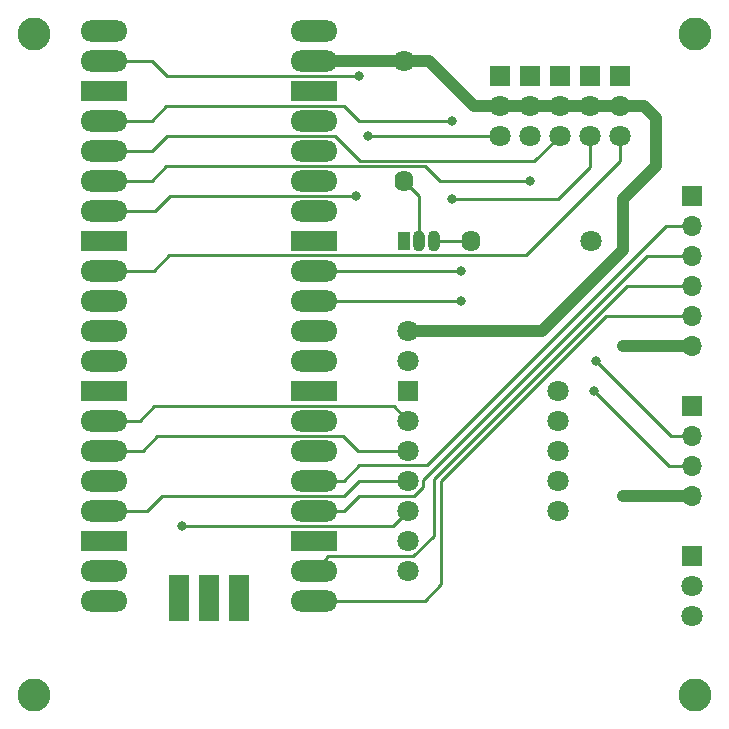
<source format=gtl>
%TF.GenerationSoftware,KiCad,Pcbnew,(6.0.0-0)*%
%TF.CreationDate,2022-07-23T10:22:29+09:00*%
%TF.ProjectId,drone_board,64726f6e-655f-4626-9f61-72642e6b6963,rev?*%
%TF.SameCoordinates,Original*%
%TF.FileFunction,Copper,L1,Top*%
%TF.FilePolarity,Positive*%
%FSLAX46Y46*%
G04 Gerber Fmt 4.6, Leading zero omitted, Abs format (unit mm)*
G04 Created by KiCad (PCBNEW (6.0.0-0)) date 2022-07-23 10:22:29*
%MOMM*%
%LPD*%
G01*
G04 APERTURE LIST*
%TA.AperFunction,ComponentPad*%
%ADD10C,1.800000*%
%TD*%
%TA.AperFunction,ComponentPad*%
%ADD11O,1.800000X1.700000*%
%TD*%
%TA.AperFunction,ComponentPad*%
%ADD12R,1.800000X1.700000*%
%TD*%
%TA.AperFunction,ComponentPad*%
%ADD13R,1.050000X1.500000*%
%TD*%
%TA.AperFunction,ComponentPad*%
%ADD14O,1.050000X1.800000*%
%TD*%
%TA.AperFunction,ComponentPad*%
%ADD15R,1.800000X1.800000*%
%TD*%
%TA.AperFunction,ComponentPad*%
%ADD16O,4.000000X1.800000*%
%TD*%
%TA.AperFunction,ComponentPad*%
%ADD17R,4.000000X1.800000*%
%TD*%
%TA.AperFunction,ComponentPad*%
%ADD18R,1.800000X4.000000*%
%TD*%
%TA.AperFunction,ComponentPad*%
%ADD19O,1.600000X1.800000*%
%TD*%
%TA.AperFunction,ComponentPad*%
%ADD20R,1.700000X1.700000*%
%TD*%
%TA.AperFunction,ComponentPad*%
%ADD21O,1.700000X1.700000*%
%TD*%
%TA.AperFunction,ViaPad*%
%ADD22C,2.800000*%
%TD*%
%TA.AperFunction,ViaPad*%
%ADD23C,0.800000*%
%TD*%
%TA.AperFunction,Conductor*%
%ADD24C,1.000000*%
%TD*%
%TA.AperFunction,Conductor*%
%ADD25C,0.250000*%
%TD*%
G04 APERTURE END LIST*
D10*
%TO.P,GP6,1,Pin_1*%
%TO.N,Net-(GP6-Pad1)*%
X101600000Y-40640000D03*
D11*
%TO.P,GP6,2,Pin_2*%
%TO.N,+6V*%
X101600000Y-38100000D03*
D12*
%TO.P,GP6,3,Pin_3*%
%TO.N,GND*%
X101600000Y-35560000D03*
%TD*%
D13*
%TO.P,Q1,1,E*%
%TO.N,GND*%
X83312000Y-49530000D03*
D14*
%TO.P,Q1,2,C*%
%TO.N,Net-(Q1-Pad2)*%
X84582000Y-49530000D03*
%TO.P,Q1,3,B*%
%TO.N,Net-(Q1-Pad3)*%
X85852000Y-49530000D03*
%TD*%
D10*
%TO.P,U3,1,S.BUS*%
%TO.N,Net-(R2-Pad1)*%
X107696000Y-81280000D03*
%TO.P,U3,2,VCC*%
%TO.N,+6V*%
X107696000Y-78740000D03*
D15*
%TO.P,U3,3,GND*%
%TO.N,GND*%
X107696000Y-76200000D03*
%TD*%
D16*
%TO.P,U1,1,1*%
%TO.N,unconnected-(U1-Pad1)*%
X57912000Y-31750000D03*
%TO.P,U1,2,GPIO1*%
%TO.N,Net-(Q1-Pad2)*%
X57912000Y-34290000D03*
D17*
%TO.P,U1,3,GND*%
%TO.N,unconnected-(U1-Pad3)*%
X57912000Y-36830000D03*
D16*
%TO.P,U1,4,GPIO2/PWM1A*%
%TO.N,Net-(GP2-Pad1)*%
X57912000Y-39370000D03*
%TO.P,U1,5,GPIO3/PWM1B*%
%TO.N,Net-(GP3-Pad1)*%
X57912000Y-41910000D03*
%TO.P,U1,6,GPIO04/PWM2A*%
%TO.N,Net-(GP4-Pad1)*%
X57912000Y-44450000D03*
%TO.P,U1,7,GPIO5/PWM2B*%
%TO.N,Net-(GP5-Pad1)*%
X57912000Y-46990000D03*
D17*
%TO.P,U1,8,GND*%
%TO.N,unconnected-(U1-Pad8)*%
X57912000Y-49530000D03*
D16*
%TO.P,U1,9,GPIO6*%
%TO.N,Net-(GP6-Pad1)*%
X57912000Y-52070000D03*
%TO.P,U1,10,GPIO7*%
%TO.N,unconnected-(U1-Pad10)*%
X57912000Y-54610000D03*
%TO.P,U1,11,SPIRX/GPIO8*%
%TO.N,Net-(U2-Pad9)*%
X57912000Y-57150000D03*
%TO.P,U1,12,SPI1CSn/GPIO9*%
%TO.N,Net-(U1-Pad12)*%
X57912000Y-59690000D03*
D17*
%TO.P,U1,13,GND*%
%TO.N,unconnected-(U1-Pad13)*%
X57912000Y-62230000D03*
D16*
%TO.P,U1,14,SPI1TX/GPIO10*%
%TO.N,Net-(U1-Pad14)*%
X57912000Y-64770000D03*
%TO.P,U1,15,SPI1TX/GPIO11*%
%TO.N,Net-(U1-Pad15)*%
X57912000Y-67310000D03*
%TO.P,U1,16,16*%
%TO.N,unconnected-(U1-Pad16)*%
X57912000Y-69850000D03*
%TO.P,U1,17,SPI1CSn*%
%TO.N,Net-(U1-Pad17)*%
X57912000Y-72390000D03*
D17*
%TO.P,U1,18,GND*%
%TO.N,unconnected-(U1-Pad18)*%
X57912000Y-74930000D03*
D16*
%TO.P,U1,19,19*%
%TO.N,unconnected-(U1-Pad19)*%
X57912000Y-77470000D03*
%TO.P,U1,20,20*%
%TO.N,unconnected-(U1-Pad20)*%
X57912000Y-80010000D03*
%TO.P,U1,21,SPI0_RX*%
%TO.N,Net-(SPI1-Pad5)*%
X75692000Y-80010000D03*
%TO.P,U1,22,SPI0_CSn*%
%TO.N,Net-(SPI1-Pad4)*%
X75692000Y-77470000D03*
D17*
%TO.P,U1,23,GND*%
%TO.N,unconnected-(U1-Pad23)*%
X75692000Y-74930000D03*
D16*
%TO.P,U1,24,SPI0_SCK*%
%TO.N,Net-(SPI1-Pad3)*%
X75692000Y-72390000D03*
%TO.P,U1,25,SPI0_TX*%
%TO.N,Net-(SPI1-Pad2)*%
X75692000Y-69850000D03*
%TO.P,U1,26,26*%
%TO.N,unconnected-(U1-Pad26)*%
X75692000Y-67310000D03*
%TO.P,U1,27,27*%
%TO.N,unconnected-(U1-Pad27)*%
X75692000Y-64770000D03*
D17*
%TO.P,U1,28,GND*%
%TO.N,unconnected-(U1-Pad28)*%
X75692000Y-62230000D03*
D16*
%TO.P,U1,29,29*%
%TO.N,unconnected-(U1-Pad29)*%
X75692000Y-59690000D03*
%TO.P,U1,30,30*%
%TO.N,unconnected-(U1-Pad30)*%
X75692000Y-57150000D03*
%TO.P,U1,31,I2C1_SDA*%
%TO.N,Net-(I2C1-Pad3)*%
X75692000Y-54610000D03*
%TO.P,U1,32,I2C1_SCL*%
%TO.N,Net-(I2C1-Pad2)*%
X75692000Y-52070000D03*
D17*
%TO.P,U1,33,GND*%
%TO.N,GND*%
X75692000Y-49530000D03*
D16*
%TO.P,U1,34,34*%
%TO.N,unconnected-(U1-Pad34)*%
X75692000Y-46990000D03*
%TO.P,U1,35,35*%
%TO.N,unconnected-(U1-Pad35)*%
X75692000Y-44450000D03*
%TO.P,U1,36,3.3V*%
%TO.N,+3V3*%
X75692000Y-41910000D03*
%TO.P,U1,37,3.3EN*%
%TO.N,unconnected-(U1-Pad37)*%
X75692000Y-39370000D03*
D17*
%TO.P,U1,38,GND*%
%TO.N,unconnected-(U1-Pad38)*%
X75692000Y-36830000D03*
D16*
%TO.P,U1,39,VSYS*%
%TO.N,+6V*%
X75692000Y-34290000D03*
%TO.P,U1,40,VBUS*%
%TO.N,unconnected-(U1-Pad40)*%
X75692000Y-31750000D03*
D18*
%TO.P,U1,41*%
%TO.N,N/C*%
X66802000Y-79780000D03*
%TO.P,U1,42*%
X64262000Y-79780000D03*
%TO.P,U1,43*%
X69342000Y-79780000D03*
%TD*%
D10*
%TO.P,R1,1*%
%TO.N,+6V*%
X83312000Y-34290000D03*
D19*
%TO.P,R1,2*%
%TO.N,Net-(Q1-Pad2)*%
X83312000Y-44450000D03*
%TD*%
D10*
%TO.P,R2,1*%
%TO.N,Net-(R2-Pad1)*%
X99187000Y-49530000D03*
D19*
%TO.P,R2,2*%
%TO.N,Net-(Q1-Pad3)*%
X89027000Y-49530000D03*
%TD*%
D10*
%TO.P,U2,1,6v*%
%TO.N,+6V*%
X83712000Y-57150000D03*
%TO.P,U2,2,3v*%
%TO.N,unconnected-(U2-Pad2)*%
X83712000Y-59690000D03*
D15*
%TO.P,U2,3,GND*%
%TO.N,GND*%
X83712000Y-62230000D03*
D10*
%TO.P,U2,4,SCL*%
%TO.N,Net-(U1-Pad14)*%
X83712000Y-64770000D03*
%TO.P,U2,5,SDA*%
%TO.N,Net-(U1-Pad15)*%
X83712000Y-67310000D03*
%TO.P,U2,6,CSAG*%
%TO.N,Net-(U1-Pad17)*%
X83712000Y-69850000D03*
%TO.P,U2,7,CSM*%
%TO.N,Net-(U1-Pad12)*%
X83712000Y-72390000D03*
%TO.P,U2,8,SDO*%
%TO.N,Net-(U2-Pad9)*%
X83712000Y-74930000D03*
%TO.P,U2,9,DOM*%
X83712000Y-77470000D03*
%TO.P,U2,18*%
%TO.N,N/C*%
X96412000Y-62230000D03*
%TO.P,U2,19*%
X96412000Y-64770000D03*
%TO.P,U2,20*%
X96412000Y-67310000D03*
%TO.P,U2,21*%
X96412000Y-69850000D03*
%TO.P,U2,22*%
X96412000Y-72390000D03*
%TD*%
%TO.P,GP5,1,Pin_1*%
%TO.N,Net-(GP5-Pad1)*%
X91440000Y-40640000D03*
%TO.P,GP5,2,Pin_2*%
%TO.N,+6V*%
X91440000Y-38100000D03*
D15*
%TO.P,GP5,3,Pin_3*%
%TO.N,GND*%
X91440000Y-35560000D03*
%TD*%
D10*
%TO.P,GP4,1,Pin_1*%
%TO.N,Net-(GP4-Pad1)*%
X93980000Y-40640000D03*
%TO.P,GP4,2,Pin_2*%
%TO.N,+6V*%
X93980000Y-38100000D03*
D15*
%TO.P,GP4,3,Pin_3*%
%TO.N,GND*%
X93980000Y-35560000D03*
%TD*%
D20*
%TO.P,SPI1,1,Pin_1*%
%TO.N,GND*%
X107696000Y-45720000D03*
D21*
%TO.P,SPI1,2,Pin_2*%
%TO.N,Net-(SPI1-Pad2)*%
X107696000Y-48260000D03*
%TO.P,SPI1,3,Pin_3*%
%TO.N,Net-(SPI1-Pad3)*%
X107696000Y-50800000D03*
%TO.P,SPI1,4,Pin_4*%
%TO.N,Net-(SPI1-Pad4)*%
X107696000Y-53340000D03*
%TO.P,SPI1,5,Pin_5*%
%TO.N,Net-(SPI1-Pad5)*%
X107696000Y-55880000D03*
%TO.P,SPI1,6,Pin_6*%
%TO.N,+6V*%
X107696000Y-58420000D03*
%TD*%
D10*
%TO.P,GP3,1,Pin_1*%
%TO.N,Net-(GP3-Pad1)*%
X96520000Y-40625000D03*
%TO.P,GP3,2,Pin_2*%
%TO.N,+6V*%
X96520000Y-38085000D03*
D15*
%TO.P,GP3,3,Pin_3*%
%TO.N,GND*%
X96520000Y-35545000D03*
%TD*%
D10*
%TO.P,GP2,1,Pin_1*%
%TO.N,Net-(GP2-Pad1)*%
X99060000Y-40640000D03*
%TO.P,GP2,2,Pin_2*%
%TO.N,+6V*%
X99060000Y-38100000D03*
D12*
%TO.P,GP2,3,Pin_3*%
%TO.N,GND*%
X99060000Y-35560000D03*
%TD*%
D20*
%TO.P,I2C1,1,Pin_1*%
%TO.N,GND*%
X107696000Y-63500000D03*
D21*
%TO.P,I2C1,2,Pin_2*%
%TO.N,Net-(I2C1-Pad2)*%
X107696000Y-66040000D03*
%TO.P,I2C1,3,Pin_3*%
%TO.N,Net-(I2C1-Pad3)*%
X107696000Y-68580000D03*
%TO.P,I2C1,4,Pin_4*%
%TO.N,+6V*%
X107696000Y-71120000D03*
%TD*%
D22*
%TO.N,*%
X108000000Y-88000000D03*
X108000000Y-32000000D03*
X52000000Y-32000000D03*
X52000000Y-88000000D03*
D23*
%TO.N,+6V*%
X101854000Y-71120000D03*
X101854000Y-50292000D03*
X101854000Y-58420000D03*
%TO.N,Net-(U1-Pad12)*%
X64516000Y-73660000D03*
%TO.N,Net-(I2C1-Pad3)*%
X88138000Y-54610000D03*
X99441000Y-62230000D03*
%TO.N,Net-(I2C1-Pad2)*%
X99568000Y-59690000D03*
X88138000Y-52070000D03*
%TO.N,Net-(Q1-Pad2)*%
X79502000Y-35560000D03*
%TO.N,Net-(GP2-Pad1)*%
X87376000Y-39370000D03*
X87376000Y-45974000D03*
%TO.N,Net-(GP4-Pad1)*%
X93980000Y-44450000D03*
%TO.N,Net-(GP5-Pad1)*%
X79248000Y-45720000D03*
X80264000Y-40640000D03*
%TD*%
D24*
%TO.N,+6V*%
X103632000Y-38100000D02*
X91440000Y-38100000D01*
X94996000Y-57150000D02*
X83712000Y-57150000D01*
X101854000Y-58420000D02*
X107696000Y-58420000D01*
X89281000Y-38100000D02*
X85471000Y-34290000D01*
X83312000Y-34290000D02*
X75692000Y-34290000D01*
X104648000Y-43180000D02*
X104648000Y-39116000D01*
X101854000Y-45974000D02*
X104648000Y-43180000D01*
X104648000Y-39116000D02*
X103632000Y-38100000D01*
X101854000Y-71120000D02*
X107696000Y-71120000D01*
X91440000Y-38100000D02*
X89281000Y-38100000D01*
X101854000Y-50292000D02*
X94996000Y-57150000D01*
X101854000Y-50292000D02*
X101854000Y-45974000D01*
X85471000Y-34290000D02*
X83312000Y-34290000D01*
D25*
%TO.N,Net-(U1-Pad12)*%
X64516000Y-73660000D02*
X82442000Y-73660000D01*
X82442000Y-73660000D02*
X83712000Y-72390000D01*
%TO.N,Net-(U1-Pad14)*%
X83712000Y-64770000D02*
X82487480Y-63545480D01*
X62184520Y-63545480D02*
X60960000Y-64770000D01*
X82487480Y-63545480D02*
X62184520Y-63545480D01*
X60960000Y-64770000D02*
X57912000Y-64770000D01*
%TO.N,Net-(U1-Pad15)*%
X61214000Y-67310000D02*
X62438520Y-66085480D01*
X62438520Y-66085480D02*
X78186520Y-66085480D01*
X78186520Y-66085480D02*
X79411040Y-67310000D01*
X57912000Y-67310000D02*
X61214000Y-67310000D01*
X79411040Y-67310000D02*
X83712000Y-67310000D01*
%TO.N,Net-(U1-Pad17)*%
X57912000Y-72390000D02*
X61595000Y-72390000D01*
X61595000Y-72390000D02*
X62865000Y-71120000D01*
X78232000Y-71120000D02*
X79502000Y-69850000D01*
X79502000Y-69850000D02*
X83712000Y-69850000D01*
X62865000Y-71120000D02*
X78232000Y-71120000D01*
%TO.N,Net-(Q1-Pad3)*%
X89027000Y-49530000D02*
X85852000Y-49530000D01*
%TO.N,Net-(I2C1-Pad3)*%
X105791000Y-68580000D02*
X107696000Y-68580000D01*
X88138000Y-54610000D02*
X75692000Y-54610000D01*
X99441000Y-62230000D02*
X105791000Y-68580000D01*
%TO.N,Net-(SPI1-Pad4)*%
X76916511Y-76245489D02*
X75692000Y-77470000D01*
X85852000Y-69723000D02*
X85852000Y-74521721D01*
X85852000Y-74521721D02*
X84128232Y-76245489D01*
X107696000Y-53340000D02*
X102235000Y-53340000D01*
X84128232Y-76245489D02*
X76916511Y-76245489D01*
X102235000Y-53340000D02*
X85852000Y-69723000D01*
%TO.N,Net-(I2C1-Pad2)*%
X88138000Y-52070000D02*
X75692000Y-52070000D01*
X105918000Y-66040000D02*
X107696000Y-66040000D01*
X99568000Y-59690000D02*
X105918000Y-66040000D01*
%TO.N,Net-(Q1-Pad2)*%
X79502000Y-35560000D02*
X79456520Y-35605480D01*
X63291480Y-35605480D02*
X61976000Y-34290000D01*
X61976000Y-34290000D02*
X57912000Y-34290000D01*
X84582000Y-45720000D02*
X84582000Y-49530000D01*
X79456520Y-35605480D02*
X63291480Y-35605480D01*
X83312000Y-44450000D02*
X84582000Y-45720000D01*
%TO.N,Net-(SPI1-Pad5)*%
X85090000Y-80010000D02*
X75692000Y-80010000D01*
X86487000Y-78613000D02*
X85090000Y-80010000D01*
X100457000Y-55880000D02*
X86487000Y-69850000D01*
X107696000Y-55880000D02*
X100457000Y-55880000D01*
X86487000Y-69850000D02*
X86487000Y-78613000D01*
%TO.N,Net-(SPI1-Pad3)*%
X84173721Y-71120000D02*
X79502000Y-71120000D01*
X103886000Y-50800000D02*
X84936511Y-69749489D01*
X79502000Y-71120000D02*
X78232000Y-72390000D01*
X84936511Y-70357210D02*
X84173721Y-71120000D01*
X78232000Y-72390000D02*
X75692000Y-72390000D01*
X107696000Y-50800000D02*
X103886000Y-50800000D01*
X84936511Y-69749489D02*
X84936511Y-70357210D01*
%TO.N,Net-(SPI1-Pad2)*%
X105537000Y-48260000D02*
X85262489Y-68534511D01*
X78232000Y-69850000D02*
X75692000Y-69850000D01*
X107696000Y-48260000D02*
X105537000Y-48260000D01*
X79547489Y-68534511D02*
X78232000Y-69850000D01*
X85262489Y-68534511D02*
X79547489Y-68534511D01*
%TO.N,Net-(GP2-Pad1)*%
X63200520Y-38145480D02*
X61976000Y-39370000D01*
X87376000Y-39370000D02*
X79502000Y-39370000D01*
X99060000Y-40640000D02*
X99060000Y-43309792D01*
X87376000Y-45974000D02*
X96395792Y-45974000D01*
X99060000Y-43309792D02*
X96395792Y-45974000D01*
X61976000Y-39370000D02*
X57912000Y-39370000D01*
X78277480Y-38145480D02*
X63200520Y-38145480D01*
X79502000Y-39370000D02*
X78277480Y-38145480D01*
%TO.N,Net-(GP3-Pad1)*%
X94369040Y-42775960D02*
X79605960Y-42775960D01*
X77470000Y-40640000D02*
X63246000Y-40640000D01*
X61976000Y-41910000D02*
X57912000Y-41910000D01*
X96520000Y-40625000D02*
X94369040Y-42775960D01*
X79605960Y-42775960D02*
X77470000Y-40640000D01*
X63246000Y-40640000D02*
X61976000Y-41910000D01*
%TO.N,Net-(GP4-Pad1)*%
X85135480Y-43225480D02*
X86360000Y-44450000D01*
X61976000Y-44450000D02*
X63200520Y-43225480D01*
X63200520Y-43225480D02*
X85135480Y-43225480D01*
X86360000Y-44450000D02*
X93980000Y-44450000D01*
X57912000Y-44450000D02*
X61976000Y-44450000D01*
%TO.N,Net-(GP5-Pad1)*%
X62230000Y-46990000D02*
X57912000Y-46990000D01*
X63500000Y-45720000D02*
X62230000Y-46990000D01*
X79248000Y-45720000D02*
X63500000Y-45720000D01*
X80264000Y-40640000D02*
X91440000Y-40640000D01*
%TO.N,Net-(GP6-Pad1)*%
X101600000Y-42799000D02*
X101600000Y-40640000D01*
X63454520Y-50754520D02*
X62139040Y-52070000D01*
X62139040Y-52070000D02*
X57912000Y-52070000D01*
X63454520Y-50754520D02*
X93644480Y-50754520D01*
X93644480Y-50754520D02*
X101600000Y-42799000D01*
%TD*%
M02*

</source>
